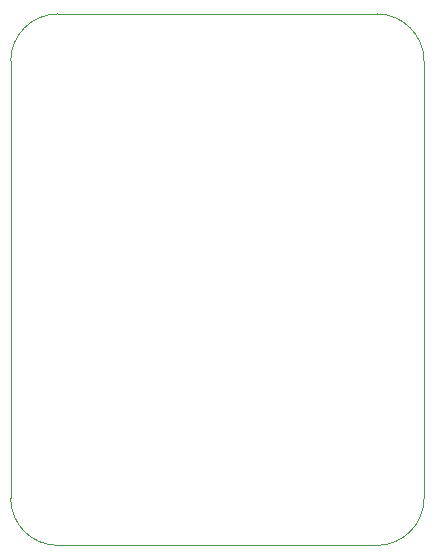
<source format=gbr>
G04 #@! TF.GenerationSoftware,KiCad,Pcbnew,(5.1.5)-3*
G04 #@! TF.CreationDate,2020-08-13T21:18:49+02:00*
G04 #@! TF.ProjectId,STM32 Dev.Board,53544d33-3220-4446-9576-2e426f617264,rev?*
G04 #@! TF.SameCoordinates,Original*
G04 #@! TF.FileFunction,Profile,NP*
%FSLAX46Y46*%
G04 Gerber Fmt 4.6, Leading zero omitted, Abs format (unit mm)*
G04 Created by KiCad (PCBNEW (5.1.5)-3) date 2020-08-13 21:18:49*
%MOMM*%
%LPD*%
G04 APERTURE LIST*
%ADD10C,0.050000*%
G04 APERTURE END LIST*
D10*
X130000000Y-94000000D02*
G75*
G02X134000000Y-90000000I4000000J0D01*
G01*
X134000000Y-135000000D02*
G75*
G02X130000000Y-131000000I0J4000000D01*
G01*
X165000000Y-131000000D02*
G75*
G02X161000000Y-135000000I-4000000J0D01*
G01*
X161000000Y-90000000D02*
G75*
G02X165000000Y-94000000I0J-4000000D01*
G01*
X130000000Y-131000000D02*
X130000000Y-94000000D01*
X161000000Y-135000000D02*
X134000000Y-135000000D01*
X165000000Y-94000000D02*
X165000000Y-131000000D01*
X134000000Y-90000000D02*
X161000000Y-90000000D01*
M02*

</source>
